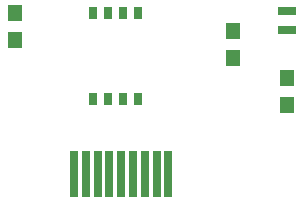
<source format=gbr>
%FSLAX35Y35*%
%MOIN*%
G04 EasyPC Gerber Version 18.0.9 Build 3640 *
%ADD72R,0.02553X0.15348*%
%ADD29R,0.02750X0.03931*%
%ADD73R,0.05100X0.05600*%
%ADD74R,0.05899X0.03143*%
X0Y0D02*
D02*
D29*
X99191Y163219D03*
Y191959D03*
X104191Y163219D03*
Y191959D03*
X109191Y163219D03*
Y191959D03*
X114191Y163219D03*
Y191959D03*
D02*
D72*
X92911Y138219D03*
X96848D03*
X100785D03*
X104722D03*
X108659D03*
X112596D03*
X116533D03*
X120470D03*
X124407D03*
D02*
D73*
X73226Y182931D03*
Y191931D03*
X146061Y177026D03*
Y186026D03*
X163778Y161278D03*
Y170278D03*
D02*
D74*
Y186250D03*
Y192549D03*
X0Y0D02*
M02*

</source>
